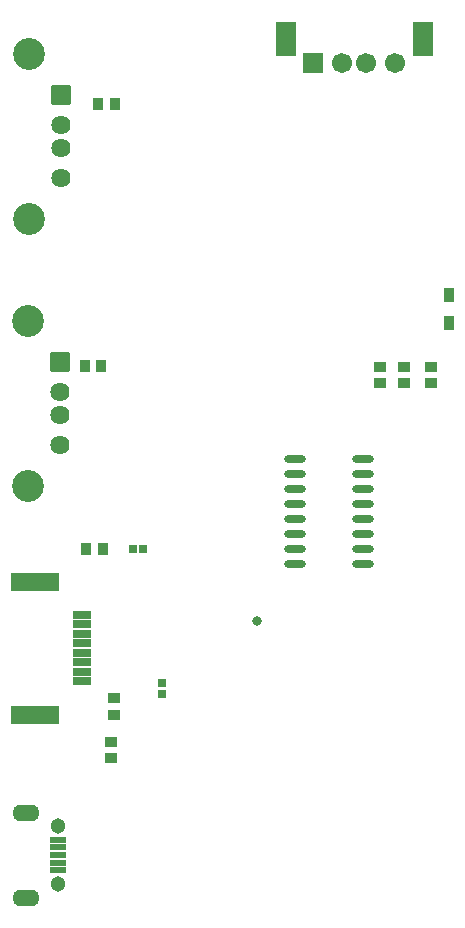
<source format=gts>
G04 Layer: TopSolderMaskLayer*
G04 EasyEDA v6.5.44, 2024-08-26 14:03:18*
G04 e04413f5f05c4ac1846c34afcf77e532,06c4dd8b78d84ebb914e46ede8edac81,10*
G04 Gerber Generator version 0.2*
G04 Scale: 100 percent, Rotated: No, Reflected: No *
G04 Dimensions in millimeters *
G04 leading zeros omitted , absolute positions ,4 integer and 5 decimal *
%FSLAX45Y45*%
%MOMM*%

%AMMACRO1*4,1,8,-0.4712,-0.4508,-0.5009,-0.4209,-0.5009,0.4211,-0.4712,0.4508,0.4709,0.4508,0.5009,0.4211,0.5009,-0.4209,0.4709,-0.4508,-0.4712,-0.4508,0*%
%AMMACRO2*4,1,8,-0.4211,-0.5009,-0.4508,-0.4709,-0.4508,0.4712,-0.4211,0.5009,0.4209,0.5009,0.4508,0.4712,0.4508,-0.4709,0.4209,-0.5009,-0.4211,-0.5009,0*%
%AMMACRO3*4,1,8,-0.396,-0.5508,-0.4257,-0.5208,-0.4257,0.5211,-0.396,0.5508,0.3957,0.5508,0.4257,0.5211,0.4257,-0.5208,0.3957,-0.5508,-0.396,-0.5508,0*%
%AMMACRO4*4,1,8,-0.3038,-0.3208,-0.3335,-0.2908,-0.3335,0.2911,-0.3038,0.3208,0.3035,0.3208,0.3335,0.2911,0.3335,-0.2908,0.3035,-0.3208,-0.3038,-0.3208,0*%
%AMMACRO5*4,1,8,-0.3039,-0.3208,-0.3336,-0.2908,-0.3336,0.2911,-0.3039,0.3208,0.3037,0.3208,0.3336,0.2911,0.3336,-0.2908,0.3037,-0.3208,-0.3039,-0.3208,0*%
%AMMACRO6*4,1,8,-0.2911,-0.3335,-0.3208,-0.3035,-0.3208,0.3038,-0.2911,0.3335,0.2908,0.3335,0.3208,0.3038,0.3208,-0.3035,0.2908,-0.3335,-0.2911,-0.3335,0*%
%AMMACRO7*4,1,8,-0.2911,-0.3336,-0.3208,-0.3037,-0.3208,0.3039,-0.2911,0.3336,0.2908,0.3336,0.3208,0.3039,0.3208,-0.3037,0.2908,-0.3336,-0.2911,-0.3336,0*%
%AMMACRO8*4,1,8,-0.646,-0.2508,-0.6758,-0.2209,-0.6758,0.2211,-0.646,0.2508,0.6458,0.2508,0.6758,0.2211,0.6758,-0.2209,0.6458,-0.2508,-0.646,-0.2508,0*%
%AMMACRO9*4,1,8,-0.646,-0.2507,-0.6758,-0.2207,-0.6758,0.221,-0.646,0.2507,0.6458,0.2507,0.6758,0.221,0.6758,-0.2207,0.6458,-0.2507,-0.646,-0.2507,0*%
%AMMACRO10*4,1,8,-0.771,-0.3509,-0.8007,-0.3209,-0.8007,0.3212,-0.771,0.3509,0.7708,0.3509,0.8007,0.3212,0.8007,-0.3209,0.7708,-0.3509,-0.771,-0.3509,0*%
%AMMACRO11*4,1,8,-0.771,-0.3508,-0.8007,-0.3208,-0.8007,0.3211,-0.771,0.3508,0.7708,0.3508,0.8007,0.3211,0.8007,-0.3208,0.7708,-0.3508,-0.771,-0.3508,0*%
%AMMACRO12*4,1,8,-2.0211,-0.7258,-2.0508,-0.6958,-2.0508,0.6961,-2.0211,0.7258,2.0208,0.7258,2.0508,0.6961,2.0508,-0.6958,2.0208,-0.7258,-2.0211,-0.7258,0*%
%AMMACRO13*4,1,8,-0.7831,-0.8128,-0.8128,-0.7828,-0.8128,0.7831,-0.7831,0.8128,0.7828,0.8128,0.8128,0.7831,0.8128,-0.7828,0.7828,-0.8128,-0.7831,-0.8128,0*%
%AMMACRO14*4,1,8,-0.8211,-1.4508,-0.8508,-1.4209,-0.8508,1.4211,-0.8211,1.4508,0.8208,1.4508,0.8508,1.4211,0.8508,-1.4209,0.8208,-1.4508,-0.8211,-1.4508,0*%
%AMMACRO15*4,1,8,-0.8211,-0.8509,-0.8508,-0.8209,-0.8508,0.8212,-0.8211,0.8509,0.8208,0.8509,0.8508,0.8212,0.8508,-0.8209,0.8208,-0.8509,-0.8211,-0.8509,0*%
%ADD10MACRO1*%
%ADD11MACRO2*%
%ADD12MACRO3*%
%ADD13MACRO4*%
%ADD14MACRO5*%
%ADD15MACRO6*%
%ADD16MACRO7*%
%ADD17O,1.8466053999999998X0.6615938*%
%ADD18MACRO8*%
%ADD19MACRO9*%
%ADD20O,2.3015956X1.4015974000000002*%
%ADD21C,1.3016*%
%ADD22MACRO10*%
%ADD23MACRO11*%
%ADD24MACRO12*%
%ADD25C,2.7016*%
%ADD26C,1.6256*%
%ADD27MACRO13*%
%ADD28MACRO14*%
%ADD29MACRO15*%
%ADD30C,1.7016*%
%ADD31C,0.8232*%

%LPD*%
D10*
G01*
X4254500Y10915802D03*
G01*
X4254500Y10775797D03*
D11*
G01*
X1581302Y13144500D03*
G01*
X1441297Y13144500D03*
G01*
X1467002Y10922000D03*
G01*
X1326997Y10922000D03*
G01*
X1479702Y9372600D03*
G01*
X1339697Y9372600D03*
D10*
G01*
X1574800Y8109102D03*
G01*
X1574800Y7969097D03*
G01*
X1549400Y7740802D03*
G01*
X1549400Y7600797D03*
G01*
X3822700Y10915802D03*
G01*
X3822700Y10775797D03*
G01*
X4025900Y10915802D03*
G01*
X4025900Y10775797D03*
D12*
G01*
X4406900Y11521859D03*
G01*
X4406900Y11287340D03*
D13*
G01*
X1734718Y9372600D03*
D14*
G01*
X1821294Y9372600D03*
D15*
G01*
X1981200Y8234781D03*
D16*
G01*
X1981200Y8148205D03*
D17*
G01*
X3103651Y10134600D03*
G01*
X3103651Y10007600D03*
G01*
X3103651Y9880600D03*
G01*
X3103651Y9753600D03*
G01*
X3103651Y9626600D03*
G01*
X3103651Y9499600D03*
G01*
X3103651Y9372600D03*
G01*
X3103651Y9245600D03*
G01*
X3678148Y10134600D03*
G01*
X3678148Y10007600D03*
G01*
X3678148Y9880600D03*
G01*
X3678148Y9753600D03*
G01*
X3678148Y9626600D03*
G01*
X3678148Y9499600D03*
G01*
X3678148Y9372600D03*
G01*
X3678148Y9245600D03*
D18*
G01*
X1097699Y6651790D03*
G01*
X1097699Y6716788D03*
D19*
G01*
X1097699Y6781800D03*
G01*
X1097699Y6846798D03*
G01*
X1097699Y6911797D03*
D20*
G01*
X832713Y6421805D03*
G01*
X832713Y7141794D03*
D21*
G01*
X1097711Y7024293D03*
G01*
X1097711Y6539306D03*
D22*
G01*
X1302397Y8814396D03*
D23*
G01*
X1302397Y8734399D03*
G01*
X1302397Y8654389D03*
G01*
X1302397Y8574405D03*
G01*
X1302397Y8494394D03*
D22*
G01*
X1302397Y8414397D03*
D23*
G01*
X1302397Y8334400D03*
G01*
X1302397Y8254390D03*
D24*
G01*
X907414Y9096895D03*
G01*
X907414Y7971904D03*
D25*
G01*
X842416Y11304498D03*
G01*
X842416Y9904501D03*
D26*
G01*
X1113409Y10254513D03*
G01*
X1113409Y10504500D03*
G01*
X1113409Y10704499D03*
D27*
G01*
X1113409Y10954512D03*
D25*
G01*
X855116Y13565098D03*
G01*
X855116Y12165101D03*
D26*
G01*
X1126109Y12515113D03*
G01*
X1126109Y12765100D03*
G01*
X1126109Y12965099D03*
D27*
G01*
X1126109Y13215112D03*
D28*
G01*
X4186796Y13688999D03*
G01*
X3026803Y13688999D03*
D29*
G01*
X3256800Y13489000D03*
D30*
G01*
X3506800Y13489000D03*
G01*
X3706799Y13489000D03*
G01*
X3956786Y13489000D03*
D31*
G01*
X2781300Y8763000D03*
G01*
X2781300Y8763000D03*
G01*
X2781300Y8763000D03*
G01*
X2781300Y8763000D03*
M02*

</source>
